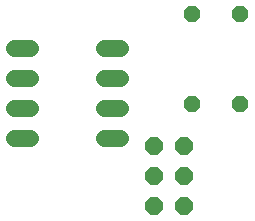
<source format=gbs>
G75*
G70*
%OFA0B0*%
%FSLAX24Y24*%
%IPPOS*%
%LPD*%
%AMOC8*
5,1,8,0,0,1.08239X$1,22.5*
%
%ADD10OC8,0.0600*%
%ADD11C,0.0560*%
%ADD12OC8,0.0560*%
D10*
X005881Y004881D03*
X005881Y005881D03*
X005881Y006881D03*
X006881Y006881D03*
X006881Y005881D03*
X006881Y004881D03*
D11*
X004741Y007131D02*
X004221Y007131D01*
X004221Y008131D02*
X004741Y008131D01*
X004741Y009131D02*
X004221Y009131D01*
X004221Y010131D02*
X004741Y010131D01*
X001741Y010131D02*
X001221Y010131D01*
X001221Y009131D02*
X001741Y009131D01*
X001741Y008131D02*
X001221Y008131D01*
X001221Y007131D02*
X001741Y007131D01*
D12*
X007131Y008281D03*
X008731Y008281D03*
X008731Y011281D03*
X007131Y011281D03*
M02*

</source>
